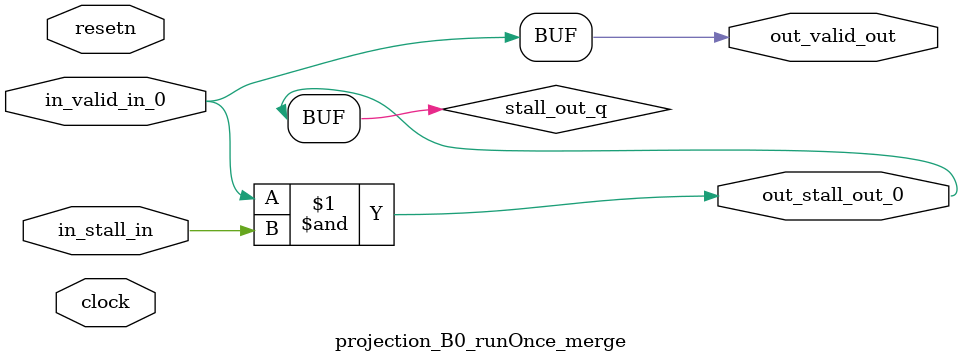
<source format=sv>



(* altera_attribute = "-name AUTO_SHIFT_REGISTER_RECOGNITION OFF; -name MESSAGE_DISABLE 10036; -name MESSAGE_DISABLE 10037; -name MESSAGE_DISABLE 14130; -name MESSAGE_DISABLE 14320; -name MESSAGE_DISABLE 15400; -name MESSAGE_DISABLE 14130; -name MESSAGE_DISABLE 10036; -name MESSAGE_DISABLE 12020; -name MESSAGE_DISABLE 12030; -name MESSAGE_DISABLE 12010; -name MESSAGE_DISABLE 12110; -name MESSAGE_DISABLE 14320; -name MESSAGE_DISABLE 13410; -name MESSAGE_DISABLE 113007; -name MESSAGE_DISABLE 10958" *)
module projection_B0_runOnce_merge (
    input wire [0:0] in_stall_in,
    input wire [0:0] in_valid_in_0,
    output wire [0:0] out_stall_out_0,
    output wire [0:0] out_valid_out,
    input wire clock,
    input wire resetn
    );

    wire [0:0] stall_out_q;


    // stall_out(LOGICAL,6)
    assign stall_out_q = in_valid_in_0 & in_stall_in;

    // out_stall_out_0(GPOUT,4)
    assign out_stall_out_0 = stall_out_q;

    // out_valid_out(GPOUT,5)
    assign out_valid_out = in_valid_in_0;

endmodule

</source>
